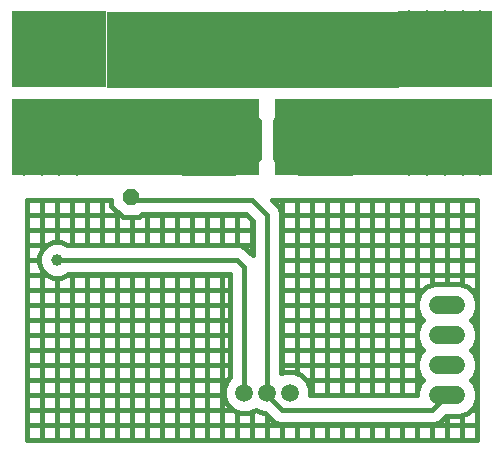
<source format=gbl>
G75*
%MOIN*%
%OFA0B0*%
%FSLAX24Y24*%
%IPPOS*%
%LPD*%
%AMOC8*
5,1,8,0,0,1.08239X$1,22.5*
%
%ADD10R,0.9744X0.2559*%
%ADD11R,0.5118X0.2559*%
%ADD12R,0.4134X0.2559*%
%ADD13C,0.0397*%
%ADD14C,0.1575*%
%ADD15C,0.0591*%
%ADD16C,0.0118*%
%ADD17C,0.0600*%
%ADD18R,0.3150X0.2559*%
%ADD19R,0.0500X0.0250*%
%ADD20OC8,0.0520*%
%ADD21C,0.0160*%
%ADD22C,0.0396*%
%ADD23OC8,0.0396*%
%ADD24C,0.0357*%
D10*
X011690Y013596D03*
D11*
X009338Y010683D03*
D12*
X014515Y010683D03*
D13*
X015387Y011240D03*
X014924Y011387D03*
X014403Y011387D03*
X013881Y011387D03*
X013349Y011387D03*
X012887Y011240D03*
X012601Y010846D03*
X012601Y010354D03*
X012887Y009960D03*
X013349Y009813D03*
X013881Y009813D03*
X014403Y009813D03*
X014924Y009813D03*
X015387Y009960D03*
X015668Y010350D03*
X015668Y010850D03*
X016716Y010978D03*
X016912Y010387D03*
X017503Y010387D03*
X018094Y010387D03*
X018684Y010387D03*
X019275Y010387D03*
X019275Y009600D03*
X018684Y009600D03*
X018094Y009600D03*
X017503Y009600D03*
X016912Y009600D03*
X016716Y011569D03*
X017503Y011765D03*
X018094Y011765D03*
X018684Y011765D03*
X019275Y011765D03*
X019275Y012750D03*
X018684Y012750D03*
X018094Y012750D03*
X017503Y012750D03*
X016912Y012750D03*
X016912Y013537D03*
X017503Y013537D03*
X018094Y013537D03*
X018684Y013537D03*
X019275Y013537D03*
X019275Y014128D03*
X019275Y014718D03*
X018684Y014718D03*
X018094Y014718D03*
X018094Y014128D03*
X018684Y014128D03*
X017503Y014128D03*
X016912Y014128D03*
X016912Y014718D03*
X017503Y014718D03*
X011735Y010846D03*
X011450Y011240D03*
X010987Y011387D03*
X010466Y011387D03*
X009934Y011387D03*
X009412Y011387D03*
X008950Y011240D03*
X008668Y010850D03*
X008668Y010350D03*
X008950Y009960D03*
X009412Y009813D03*
X009934Y009813D03*
X010466Y009813D03*
X010987Y009813D03*
X011450Y009960D03*
X011735Y010354D03*
X006621Y010584D03*
X006227Y010978D03*
X005637Y010978D03*
X005046Y010978D03*
X004456Y010978D03*
X003865Y010978D03*
X003865Y011765D03*
X004456Y011765D03*
X005046Y011765D03*
X005637Y011765D03*
X006227Y011765D03*
X006424Y012750D03*
X005834Y012750D03*
X005243Y012750D03*
X004653Y012750D03*
X004062Y012750D03*
X004062Y013340D03*
X004653Y013340D03*
X005243Y013340D03*
X005834Y013340D03*
X006424Y013340D03*
X006424Y013931D03*
X006424Y014521D03*
X005834Y014521D03*
X005243Y014521D03*
X005243Y013931D03*
X005834Y013931D03*
X004653Y013931D03*
X004653Y014521D03*
X004062Y014521D03*
X004062Y013931D03*
X006621Y009994D03*
X005834Y009600D03*
X005243Y009600D03*
X004653Y009600D03*
X004062Y009600D03*
D14*
X009412Y010600D02*
X010987Y010600D01*
X013349Y010600D02*
X014924Y010600D01*
D15*
X012920Y002175D03*
X012168Y002175D03*
X011416Y002175D03*
D16*
X011043Y009475D02*
X009418Y009475D01*
X009251Y009488D01*
X009087Y009525D01*
X008930Y009586D01*
X008785Y009670D01*
X008653Y009775D01*
X008539Y009899D01*
X008444Y010038D01*
X008371Y010189D01*
X008322Y010350D01*
X008296Y010516D01*
X008296Y010684D01*
X008322Y010850D01*
X008371Y011011D01*
X008444Y011163D01*
X008539Y011301D01*
X008653Y011425D01*
X008785Y011530D01*
X008930Y011614D01*
X009087Y011675D01*
X009251Y011712D01*
X009418Y011725D01*
X011043Y011725D01*
X011215Y011699D01*
X011380Y011647D01*
X011537Y011573D01*
X011680Y011476D01*
X011809Y011359D01*
X011918Y011225D01*
X011918Y009975D01*
X011810Y009839D01*
X011683Y009720D01*
X011539Y009623D01*
X011382Y009548D01*
X011216Y009499D01*
X011043Y009475D01*
X011372Y009545D02*
X009035Y009545D01*
X008799Y009662D02*
X011597Y009662D01*
X011746Y009779D02*
X008650Y009779D01*
X008542Y009895D02*
X011855Y009895D01*
X011918Y010012D02*
X008461Y010012D01*
X008400Y010129D02*
X011918Y010129D01*
X011918Y010245D02*
X008354Y010245D01*
X008320Y010362D02*
X011918Y010362D01*
X011918Y010478D02*
X008302Y010478D01*
X008296Y010595D02*
X011918Y010595D01*
X011918Y010712D02*
X008301Y010712D01*
X008318Y010828D02*
X011918Y010828D01*
X011918Y010945D02*
X008351Y010945D01*
X008395Y011061D02*
X011918Y011061D01*
X011918Y011178D02*
X008455Y011178D01*
X008534Y011295D02*
X011861Y011295D01*
X011751Y011411D02*
X008641Y011411D01*
X008782Y011528D02*
X011603Y011528D01*
X011386Y011644D02*
X009009Y011644D01*
X012418Y011225D02*
X012418Y009975D01*
X012528Y009841D01*
X012656Y009724D01*
X012800Y009627D01*
X012956Y009553D01*
X013122Y009501D01*
X013293Y009475D01*
X014918Y009475D01*
X015086Y009488D01*
X015250Y009525D01*
X015406Y009586D01*
X015552Y009670D01*
X015684Y009775D01*
X015798Y009899D01*
X015893Y010038D01*
X015966Y010189D01*
X016015Y010350D01*
X016040Y010516D01*
X016040Y010684D01*
X016015Y010850D01*
X015966Y011011D01*
X015893Y011163D01*
X015798Y011301D01*
X015684Y011425D01*
X015552Y011530D01*
X015406Y011614D01*
X015250Y011675D01*
X015086Y011712D01*
X014918Y011725D01*
X013293Y011725D01*
X013121Y011701D01*
X012954Y011652D01*
X012797Y011577D01*
X012654Y011480D01*
X012526Y011361D01*
X012418Y011225D01*
X012418Y011178D02*
X015882Y011178D01*
X015941Y011061D02*
X012418Y011061D01*
X012418Y010945D02*
X015986Y010945D01*
X016018Y010828D02*
X012418Y010828D01*
X012418Y010712D02*
X016036Y010712D01*
X016040Y010595D02*
X012418Y010595D01*
X012418Y010478D02*
X016034Y010478D01*
X016017Y010362D02*
X012418Y010362D01*
X012418Y010245D02*
X015983Y010245D01*
X015936Y010129D02*
X012418Y010129D01*
X012418Y010012D02*
X015875Y010012D01*
X015795Y009895D02*
X012484Y009895D01*
X012596Y009779D02*
X015687Y009779D01*
X015537Y009662D02*
X012749Y009662D01*
X012980Y009545D02*
X015302Y009545D01*
X015803Y011295D02*
X012473Y011295D01*
X012580Y011411D02*
X015696Y011411D01*
X015554Y011528D02*
X012725Y011528D01*
X012939Y011644D02*
X015328Y011644D01*
D17*
X017868Y005100D02*
X018468Y005100D01*
X018468Y004100D02*
X017868Y004100D01*
X017868Y003100D02*
X018468Y003100D01*
X018468Y002100D02*
X017868Y002100D01*
D18*
X018094Y010683D03*
X018094Y013635D03*
X005243Y013635D03*
X005243Y010683D03*
D19*
X018487Y011175D03*
X018881Y013340D03*
D20*
X007629Y012679D03*
X007629Y008679D03*
D21*
X004168Y008600D02*
X004168Y000600D01*
X019168Y000600D01*
X004168Y000600D01*
X004168Y008600D01*
X006969Y008600D01*
X006969Y008405D01*
X007356Y008019D01*
X007902Y008019D01*
X008004Y008120D01*
X011469Y008120D01*
X011688Y007901D01*
X011688Y006759D01*
X011575Y006872D01*
X011440Y007007D01*
X011264Y007080D01*
X005534Y007080D01*
X005507Y007107D01*
X005287Y007198D01*
X005049Y007198D01*
X004830Y007107D01*
X004661Y006939D01*
X004570Y006719D01*
X004570Y006481D01*
X004661Y006261D01*
X004830Y006093D01*
X005049Y006002D01*
X005287Y006002D01*
X005507Y006093D01*
X005534Y006120D01*
X010936Y006120D01*
X010936Y002678D01*
X010827Y002569D01*
X010721Y002313D01*
X010721Y002037D01*
X010827Y001781D01*
X011022Y001585D01*
X011278Y001480D01*
X011555Y001480D01*
X011792Y001578D01*
X012030Y001480D01*
X012110Y001480D01*
X012261Y001328D01*
X012396Y001193D01*
X012573Y001120D01*
X017764Y001120D01*
X017940Y001193D01*
X018147Y001400D01*
X018608Y001400D01*
X018865Y001507D01*
X019062Y001703D01*
X019168Y001961D01*
X019168Y002239D01*
X019062Y002497D01*
X018958Y002600D01*
X019062Y002703D01*
X019168Y002961D01*
X019168Y003239D01*
X019062Y003497D01*
X018958Y003600D01*
X019062Y003703D01*
X019168Y003961D01*
X019168Y004239D01*
X019062Y004497D01*
X018958Y004600D01*
X019062Y004703D01*
X019168Y004961D01*
X019168Y005239D01*
X019062Y005497D01*
X018865Y005693D01*
X018608Y005800D01*
X017729Y005800D01*
X017472Y005693D01*
X017275Y005497D01*
X017168Y005239D01*
X017168Y008600D01*
X016668Y008600D02*
X016668Y002080D01*
X017168Y002080D02*
X013616Y002080D01*
X013616Y002313D01*
X013510Y002569D01*
X013314Y002764D01*
X013059Y002870D01*
X012782Y002870D01*
X012648Y002815D01*
X012648Y008195D01*
X012575Y008372D01*
X012347Y008600D01*
X019168Y008600D01*
X019168Y000600D01*
X018668Y000600D02*
X018668Y001425D01*
X018958Y001600D02*
X019168Y001600D01*
X019168Y001100D02*
X004168Y001100D01*
X004168Y001600D02*
X011008Y001600D01*
X011168Y001525D02*
X011168Y000600D01*
X010668Y000600D02*
X010668Y006120D01*
X010936Y006100D02*
X005514Y006100D01*
X005668Y006120D02*
X005668Y000600D01*
X005168Y000600D02*
X005168Y006002D01*
X004822Y006100D02*
X004168Y006100D01*
X004668Y006254D02*
X004668Y000600D01*
X006168Y000600D02*
X006168Y006120D01*
X006668Y006120D02*
X006668Y000600D01*
X007168Y000600D02*
X007168Y006120D01*
X007668Y006120D02*
X007668Y000600D01*
X008168Y000600D02*
X008168Y006120D01*
X008668Y006120D02*
X008668Y000600D01*
X009168Y000600D02*
X009168Y006120D01*
X009668Y006120D02*
X009668Y000600D01*
X010168Y000600D02*
X010168Y006120D01*
X010936Y005600D02*
X004168Y005600D01*
X004168Y005100D02*
X010936Y005100D01*
X010936Y004600D02*
X004168Y004600D01*
X004168Y004100D02*
X010936Y004100D01*
X010936Y003600D02*
X004168Y003600D01*
X004168Y003100D02*
X010936Y003100D01*
X010858Y002600D02*
X004168Y002600D01*
X004168Y002100D02*
X010721Y002100D01*
X011416Y002175D02*
X011416Y006352D01*
X011168Y006600D01*
X005168Y006600D01*
X004570Y006600D02*
X004168Y006600D01*
X004668Y006946D02*
X004668Y008600D01*
X005168Y008600D02*
X005168Y007198D01*
X004822Y007100D02*
X004168Y007100D01*
X004168Y007600D02*
X011688Y007600D01*
X011668Y007921D02*
X011668Y006779D01*
X011688Y007100D02*
X005514Y007100D01*
X005668Y007080D02*
X005668Y008600D01*
X006168Y008600D02*
X006168Y007080D01*
X006668Y007080D02*
X006668Y008600D01*
X007168Y008206D02*
X007168Y007080D01*
X007668Y007080D02*
X007668Y008019D01*
X007984Y008100D02*
X011489Y008100D01*
X011168Y008120D02*
X011168Y007080D01*
X010668Y007080D02*
X010668Y008120D01*
X010168Y008120D02*
X010168Y007080D01*
X009668Y007080D02*
X009668Y008120D01*
X009168Y008120D02*
X009168Y007080D01*
X008668Y007080D02*
X008668Y008120D01*
X008168Y008120D02*
X008168Y007080D01*
X007274Y008100D02*
X004168Y008100D01*
X007629Y008679D02*
X007708Y008600D01*
X011668Y008600D01*
X012168Y008100D01*
X012168Y002175D01*
X012168Y002100D01*
X012668Y001600D01*
X017668Y001600D01*
X018168Y002100D01*
X018168Y001400D02*
X018168Y000600D01*
X017668Y000600D02*
X017668Y001120D01*
X017168Y001120D02*
X017168Y000600D01*
X016668Y000600D02*
X016668Y001120D01*
X016168Y001120D02*
X016168Y000600D01*
X015668Y000600D02*
X015668Y001120D01*
X015168Y001120D02*
X015168Y000600D01*
X014668Y000600D02*
X014668Y001120D01*
X014168Y001120D02*
X014168Y000600D01*
X013668Y000600D02*
X013668Y001120D01*
X013168Y001120D02*
X013168Y000600D01*
X012668Y000600D02*
X012668Y001120D01*
X012168Y001421D02*
X012168Y000600D01*
X011668Y000600D02*
X011668Y001527D01*
X012668Y002823D02*
X012668Y008600D01*
X013168Y008600D02*
X013168Y002825D01*
X013478Y002600D02*
X017378Y002600D01*
X017275Y002497D01*
X017168Y002239D01*
X017168Y002961D01*
X017275Y002703D01*
X017378Y002600D01*
X017168Y002961D02*
X017168Y003239D01*
X017168Y003961D01*
X017275Y003703D01*
X017378Y003600D01*
X012648Y003600D01*
X012648Y003100D02*
X017168Y003100D01*
X017168Y003239D02*
X017275Y003497D01*
X017378Y003600D01*
X017168Y003961D02*
X017168Y004239D01*
X017168Y004961D01*
X017275Y004703D01*
X017378Y004600D01*
X012648Y004600D01*
X012648Y004100D02*
X017168Y004100D01*
X017168Y004239D02*
X017275Y004497D01*
X017378Y004600D01*
X017168Y004961D02*
X017168Y005239D01*
X017168Y005100D02*
X012648Y005100D01*
X012648Y005600D02*
X017378Y005600D01*
X017668Y005775D02*
X017668Y008600D01*
X018168Y008600D02*
X018168Y005800D01*
X018668Y005775D02*
X018668Y008600D01*
X019168Y008100D02*
X012648Y008100D01*
X012648Y007600D02*
X019168Y007600D01*
X019168Y007100D02*
X012648Y007100D01*
X012648Y006600D02*
X019168Y006600D01*
X019168Y006100D02*
X012648Y006100D01*
X013668Y008600D02*
X013668Y002080D01*
X013616Y002100D02*
X017168Y002100D01*
X017168Y002080D02*
X017168Y002239D01*
X016168Y002080D02*
X016168Y008600D01*
X015668Y008600D02*
X015668Y002080D01*
X015168Y002080D02*
X015168Y008600D01*
X014668Y008600D02*
X014668Y002080D01*
X014168Y002080D02*
X014168Y008600D01*
X015668Y010850D02*
X018162Y010850D01*
X018487Y011175D01*
X017641Y013100D02*
X018881Y013340D01*
X017641Y013100D02*
X012168Y013100D01*
X018958Y005600D02*
X019168Y005600D01*
X019168Y005100D02*
X019168Y005100D01*
X019168Y004600D02*
X018958Y004600D01*
X019168Y004100D02*
X019168Y004100D01*
X019168Y003600D02*
X018958Y003600D01*
X019168Y003100D02*
X019168Y003100D01*
X019168Y002600D02*
X018958Y002600D01*
X019168Y002100D02*
X019168Y002100D01*
D22*
X005168Y006600D03*
D23*
X012168Y013100D03*
D24*
X011149Y013104D03*
X009968Y013104D03*
X008786Y013104D03*
X007605Y013301D03*
X007605Y014285D03*
X008786Y014285D03*
X009968Y014285D03*
X011149Y014285D03*
X012330Y014285D03*
X013511Y014285D03*
X014692Y014285D03*
X015873Y014285D03*
X015873Y013104D03*
X014692Y013104D03*
X013511Y013104D03*
M02*

</source>
